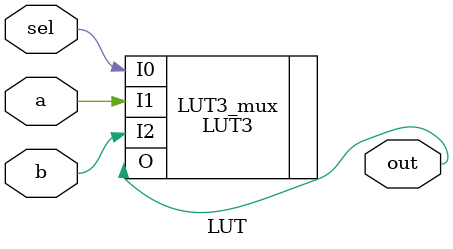
<source format=v>
module LUT(a,b,sel,out);


input a;
input b;
input sel;
output out;	



/*
always @(a or b or sel) begin
	case(sel)
		1'b0: 
			out = a;
		1'b1:
			out = b;
	endcase
end
*/


LUT3 LUT3_mux (.O (out),
                         .I0 (sel),
                         .I1 (a),
                         .I2 (b));
defparam LUT3_mux.INIT = 8'he4; 


endmodule

</source>
